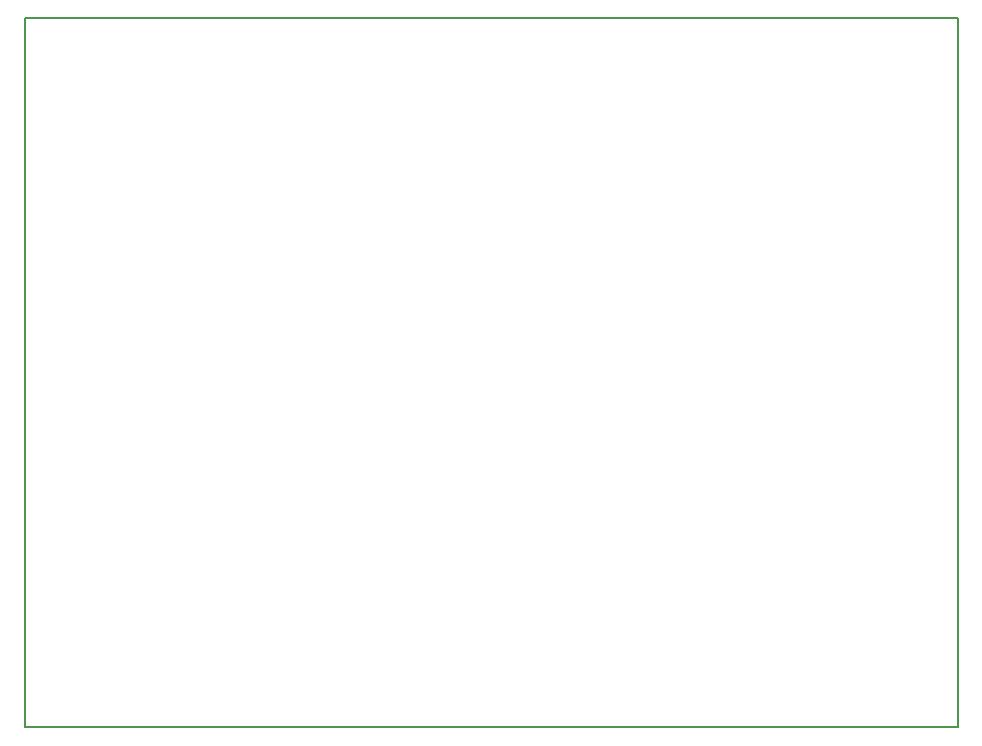
<source format=gbr>
%TF.GenerationSoftware,KiCad,Pcbnew,(6.0.7)*%
%TF.CreationDate,2023-01-25T23:34:06+01:00*%
%TF.ProjectId,TFT_RF_1.0,5446545f-5246-45f3-912e-302e6b696361,rev?*%
%TF.SameCoordinates,Original*%
%TF.FileFunction,Profile,NP*%
%FSLAX46Y46*%
G04 Gerber Fmt 4.6, Leading zero omitted, Abs format (unit mm)*
G04 Created by KiCad (PCBNEW (6.0.7)) date 2023-01-25 23:34:06*
%MOMM*%
%LPD*%
G01*
G04 APERTURE LIST*
%TA.AperFunction,Profile*%
%ADD10C,0.200000*%
%TD*%
G04 APERTURE END LIST*
D10*
X0Y0D02*
X79000000Y0D01*
X79000000Y0D02*
X79000000Y-60000000D01*
X79000000Y-60000000D02*
X0Y-60000000D01*
X0Y-60000000D02*
X0Y0D01*
M02*

</source>
